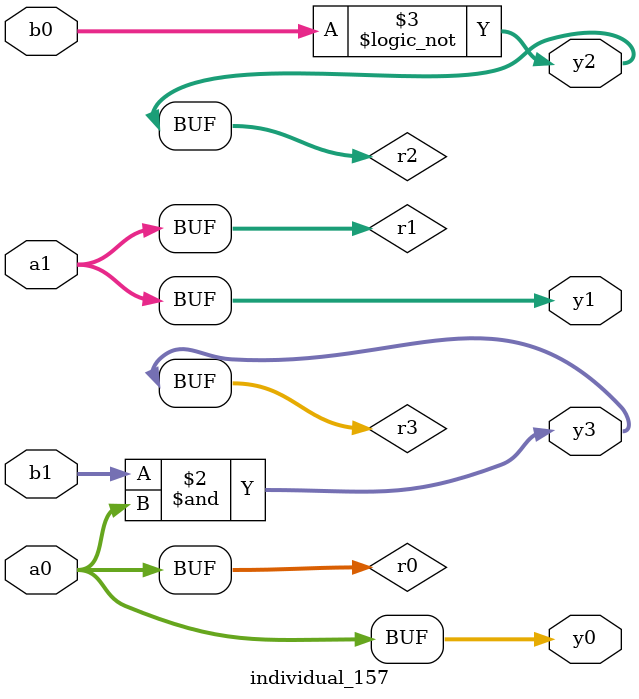
<source format=sv>
module individual_157(input logic [15:0] a1, input logic [15:0] a0, input logic [15:0] b1, input logic [15:0] b0, output logic [15:0] y3, output logic [15:0] y2, output logic [15:0] y1, output logic [15:0] y0);
logic [15:0] r0, r1, r2, r3; 
 always@(*) begin 
	 r0 = a0; r1 = a1; r2 = b0; r3 = b1; 
 	 r3  &=  a0 ;
 	 r2 = ! b0 ;
 	 y3 = r3; y2 = r2; y1 = r1; y0 = r0; 
end
endmodule
</source>
